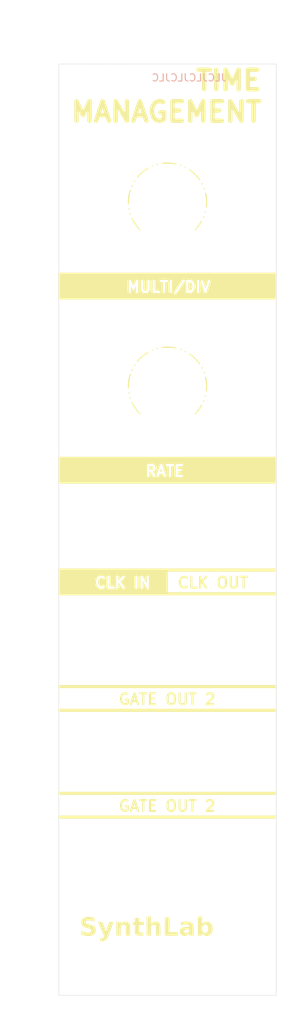
<source format=kicad_pcb>
(kicad_pcb (version 20240108) (generator "pcbnew") (generator_version "8.0")
  (layers (0 "F.Cu" signal) (31 "B.Cu" signal) (34 "B.Paste" user) (35 "F.Paste" user) (36 "B.SilkS" user "B.Silkscreen") (37 "F.SilkS" user "F.Silkscreen") (38 "B.Mask" user) (39 "F.Mask" user) (44 "Edge.Cuts" user))
  (net 0 "")
  (footprint "MountingHole:MountingHole_4.5mm" (layer "F.Cu") (at 213.32 138.362081)
    (property "Reference" "REF**" (hide yes))
    (property "Value" "MountingHole_4.5mm" (hide yes))
    (pad "" np_thru_hole circle (at 0 0) (size 4.5 4.5) (drill 4.5) (layers "F&B.Cu" "*.Mask"))
  )
  (footprint "Library:MountingHole_6mm" (layer "F.Cu") (at 219.71 72.39)
    (property "Reference" "REF**" (hide yes))
    (property "Value" "MountingHole_6mm" (hide yes))
    (pad "" np_thru_hole circle (at 0 0) (size 7 7) (drill 7) (layers "F&B.Cu" "*.Mask"))
  )
  (footprint "Library:MountingHole_6mm" (layer "F.Cu") (at 219.71 46.99)
    (property "Reference" "REF**" (hide yes))
    (property "Value" "MountingHole_6mm" (hide yes))
    (pad "" np_thru_hole circle (at 0 0) (size 7 7) (drill 7) (layers "F&B.Cu" "*.Mask"))
  )
  (footprint "Library:MountingHole_6mm" (layer "F.Cu") (at 226.02 107.882081)
    (property "Reference" "REF**" (hide yes))
    (property "Value" "MountingHole_6mm" (hide yes))
    (pad "" np_thru_hole circle (at 0 0) (size 7 7) (drill 7) (layers "F&B.Cu" "*.Mask"))
  )
  (footprint "Library:MountingHole_6mm" (layer "F.Cu") (at 226.02 123.122081)
    (property "Reference" "REF**" (hide yes))
    (property "Value" "MountingHole_6mm" (hide yes))
    (pad "" np_thru_hole circle (at 0 0) (size 7 7) (drill 7) (layers "F&B.Cu" "*.Mask"))
  )
  (footprint "Library:MountingHole_6mm" (layer "F.Cu") (at 213.32 92.642081)
    (property "Reference" "REF**" (hide yes))
    (property "Value" "MountingHole_6mm" (hide yes))
    (pad "" np_thru_hole circle (at 0 0) (size 5 5) (drill 5) (layers "F&B.Cu" "*.Mask"))
  )
  (footprint "Library:MountingHole_6mm" (layer "F.Cu") (at 213.32 107.882081)
    (property "Reference" "REF**" (hide yes))
    (property "Value" "MountingHole_6mm" (hide yes))
    (pad "" np_thru_hole circle (at 0 0) (size 7 7) (drill 7) (layers "F&B.Cu" "*.Mask"))
  )
  (footprint "MountingHole:MountingHole_4.5mm" (layer "F.Cu") (at 213.32 123.122081)
    (property "Reference" "REF**" (hide yes))
    (property "Value" "MountingHole_4.5mm" (hide yes))
    (pad "" np_thru_hole circle (at 0 0) (size 4.5 4.5) (drill 4.5) (layers "F&B.Cu" "*.Mask"))
  )
  (footprint "Library:MountingHole_6mm" (layer "F.Cu") (at 226.02 138.362081)
    (property "Reference" "REF**" (hide yes))
    (property "Value" "MountingHole_6mm" (hide yes))
    (pad "" np_thru_hole circle (at 0 0) (size 7 7) (drill 7) (layers "F&B.Cu" "*.Mask"))
  )
  (footprint "Library:Eurorack_Panel_ScrewHole_Oval" (layer "F.Cu") (at 227.17 152.102081)
    (property "Reference" "REF**" (hide yes))
    (property "Value" "Eurorack_Panel_ScrewHole_Oval" (hide yes))
    (pad "" np_thru_hole oval (at 0 0) (size 5.2 3.2) (drill oval 5.2 3.2) (layers "F&B.Cu" "*.Mask"))
  )
  (footprint "Library:Eurorack_Panel_ScrewHole_Oval" (layer "F.Cu") (at 211.93 29.602081)
    (property "Reference" "REF**" (hide yes))
    (property "Value" "Eurorack_Panel_ScrewHole_Oval" (hide yes))
    (pad "" np_thru_hole oval (at 0 0) (size 5.2 3.2) (drill oval 5.2 3.2) (layers "F&B.Cu" "*.Mask"))
  )
  (footprint "MountingHole:MountingHole_4.5mm" (layer "F.Cu") (at 226.02 92.642081)
    (property "Reference" "REF**" (hide yes))
    (property "Value" "MountingHole_4.5mm" (hide yes))
    (pad "" np_thru_hole circle (at 0 0) (size 4.5 4.5) (drill 4.5) (layers "F&B.Cu" "*.Mask"))
  )
  (gr_rect (start 217.3332 98.407881) (end 219.5938 100.439881) (stroke (width 0.15)) (fill solid) (layer "F.SilkS"))
  (gr_rect (start 204.7348 57.132881) (end 214.209 60.130081) (stroke (width 0.15)) (fill solid) (layer "F.SilkS"))
  (gr_rect (start 204.7348 131.707281) (end 234.6052 131.986681) (stroke (width 0.15)) (fill solid) (layer "F.SilkS"))
  (gr_rect (start 204.7348 82.202681) (end 234.6052 82.482081) (stroke (width 0.15)) (fill solid) (layer "F.SilkS"))
  (gr_rect (start 221.956 82.342381) (end 234.6052 85.657081) (stroke (width 0.15)) (fill solid) (layer "F.SilkS"))
  (gr_rect (start 209.6116 97.823681) (end 219.5938 98.407881) (stroke (width 0.15)) (fill solid) (layer "F.SilkS"))
  (gr_rect (start 204.7348 116.975281) (end 234.6052 117.254681) (stroke (width 0.15)) (fill solid) (layer "F.SilkS"))
  (gr_line (start 219.67 97.899881) (end 219.67 100.897081) (stroke (width 0.15)) (layer "F.SilkS"))
  (gr_rect (start 216.495 85.022081) (end 222.21 85.479281) (stroke (width 0.15)) (fill solid) (layer "F.SilkS"))
  (gr_rect (start 216.495 59.672881) (end 222.21 60.130081) (stroke (width 0.15)) (fill solid) (layer "F.SilkS"))
  (gr_arc (start 215.9 50.8) (mid 219.71 41.601846) (end 223.52 50.8) (stroke (width 0.1705) (type dash_dot_dot)) (layer "F.SilkS"))
  (gr_rect (start 216.495 82.482081) (end 222.21 82.990081) (stroke (width 0.15)) (fill solid) (layer "F.SilkS"))
  (gr_rect (start 204.7348 60.079281) (end 234.6052 60.358681) (stroke (width 0.15)) (fill solid) (layer "F.SilkS"))
  (gr_rect (start 204.7348 128.430681) (end 234.6052 128.710081) (stroke (width 0.15)) (fill solid) (layer "F.SilkS"))
  (gr_rect (start 204.7348 85.479281) (end 234.6052 85.758681) (stroke (width 0.15)) (fill solid) (layer "F.SilkS"))
  (gr_rect (start 204.7348 97.620481) (end 234.6052 97.899881) (stroke (width 0.15)) (fill solid) (layer "F.SilkS"))
  (gr_rect (start 204.7348 56.802681) (end 234.6052 57.082081) (stroke (width 0.15)) (fill solid) (layer "F.SilkS"))
  (gr_rect (start 214.209 57.132881) (end 225.766 57.640881) (stroke (width 0.15)) (fill solid) (layer "F.SilkS"))
  (gr_rect (start 204.7348 97.823681) (end 209.6116 100.947881) (stroke (width 0.15)) (fill solid) (layer "F.SilkS"))
  (gr_rect (start 225.766 56.993181) (end 234.6052 60.307881) (stroke (width 0.15)) (fill solid) (layer "F.SilkS"))
  (gr_rect (start 204.7348 100.897081) (end 234.6052 101.176481) (stroke (width 0.15)) (fill solid) (layer "F.SilkS"))
  (gr_rect (start 204.7348 82.482081) (end 216.749 85.479281) (stroke (width 0.15)) (fill solid) (layer "F.SilkS"))
  (gr_rect (start 209.6878 100.439881) (end 219.67 101.024081) (stroke (width 0.15)) (fill solid) (layer "F.SilkS"))
  (gr_arc (start 215.9 76.2) (mid 219.71 67.001846) (end 223.52 76.2) (stroke (width 0.1705) (type dash_dot_dot)) (layer "F.SilkS"))
  (gr_rect (start 204.7348 113.698681) (end 234.6052 113.978081) (stroke (width 0.15)) (fill solid) (layer "F.SilkS"))
  (gr_rect (start 204.71 27.94) (end 234.71 156.44) (stroke (width 0.05)) (fill none) (layer "Edge.Cuts"))
  (gr_text "JLCJLCJLCJLC" (at 227.925 30.412081 0) (layer "B.SilkS") (effects (font (size 1 1)) (justify left bottom mirror)))
  (gr_text "RATE" (at 216.495 84.971281 0) (layer "F.SilkS" knockout) (effects (font (size 1.5 1.5) (thickness 0.3) (bold yes)) (justify left bottom)))
  (gr_text "GATE OUT 2" (at 212.812 116.467281 0) (layer "F.SilkS") (effects (font (size 1.5 1.5) (thickness 0.3) (bold yes)) (justify left bottom)))
  (gr_text "CLK IN" (at 209.51 100.389081 0) (layer "F.SilkS" knockout) (effects (font (size 1.5 1.5) (thickness 0.3) (bold yes)) (justify left bottom)))
  (gr_text "CLK OUT" (at 220.94 100.389081 0) (layer "F.SilkS") (effects (font (size 1.5 1.5) (thickness 0.3) (bold yes)) (justify left bottom)))
  (gr_text "GATE OUT 2" (at 212.812 131.199281 0) (layer "F.SilkS") (effects (font (size 1.5 1.5) (thickness 0.3) (bold yes)) (justify left bottom)))
  (gr_text "SynthLab" (at 207.550867 148.640698 0) (layer "F.SilkS") (effects (font (size 2.5 2.5) (thickness 0.3) (bold yes)) (justify left bottom)))
  (gr_text "TIME\nMANAGEMENT" (at 233.005 36.127081 0) (layer "F.SilkS") (effects (font (size 2.7 2.7) (thickness 0.6) (bold yes)) (justify right bottom)))
  (gr_text "MULTI/DIV" (at 213.955 59.571281 0) (layer "F.SilkS" knockout) (effects (font (size 1.5 1.5) (thickness 0.3) (bold yes)) (justify left bottom)))
)
</source>
